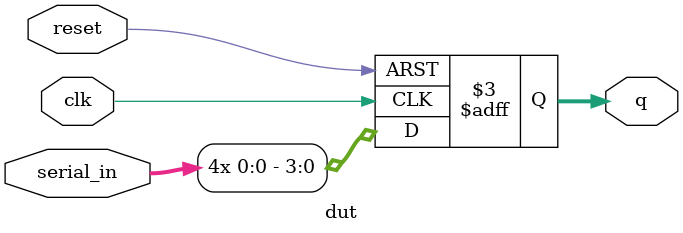
<source format=v>


module dut(
        input clk,reset,serial_in,
        output reg[3:0]q
);

always@(posedge clk or negedge reset)
    if(!reset)
        q=0;
    else
    begin
        q[0]=serial_in;
        q[1]=q[0];
        q[2]=q[1];
        q[3]=q[2];
    end
endmodule
</source>
